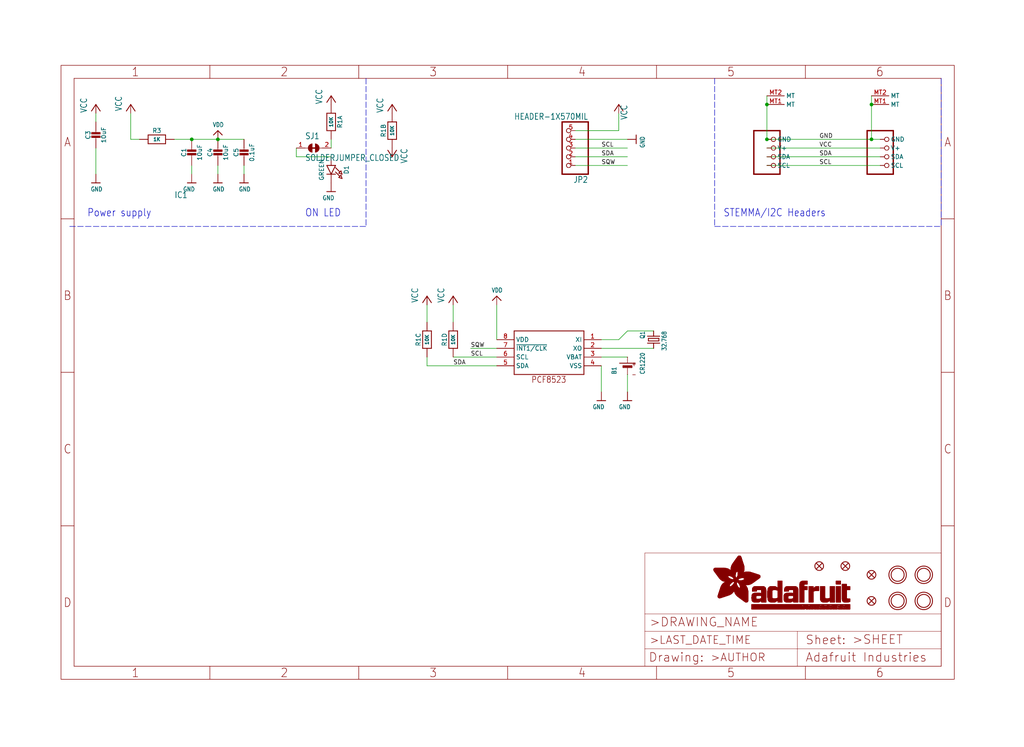
<source format=kicad_sch>
(kicad_sch (version 20211123) (generator eeschema)
  (paper "User" 298.45 217.881)
  (lib_symbols
    (symbol "eagleSchem-eagle-import:BATTERYCR1220_SMT"
      (property "Reference" "B" (at -2.54 3.175 0))
      (property "Value" "BATTERYCR1220_SMT" (at -2.54 -5.08 0))
      (symbol "BATTERYCR1220_SMT_1_0"
        (text "+" (at 1.27 -1.143 900) (effects (font (size 1.27 1.0795)) (justify right top)))
        (text "-" (at -1.778 -1.143 900) (effects (font (size 1.27 1.0795)) (justify right top)))
        (pin passive line (at 2.54 0 180) (length 0) (name "+") (number "+$1"))
        (pin passive line (at 2.54 0 180) (length 0) (name "+") (number "+$2"))
        (pin passive line (at -2.54 0 0) (length 0) (name "-") (number "-"))
      )
    )
    (symbol "eagleSchem-eagle-import:CAP_CERAMIC0603_NO"
      (property "Reference" "C" (at -2.29 1.25 90))
      (property "Value" "CAP_CERAMIC0603_NO" (at 2.3 1.25 90))
      (symbol "CAP_CERAMIC0603_NO_1_0"
        (pin passive line (at 0 5.08 270) (length 2.54) (name "1") (number "1"))
        (pin passive line (at 0 -2.54 90) (length 2.54) (name "2") (number "2"))
      )
    )
    (symbol "eagleSchem-eagle-import:CAP_CERAMIC0805-NOOUTLINE"
      (property "Reference" "C" (at -2.29 1.25 90))
      (property "Value" "CAP_CERAMIC0805-NOOUTLINE" (at 2.3 1.25 90))
      (symbol "CAP_CERAMIC0805-NOOUTLINE_1_0"
        (pin passive line (at 0 5.08 270) (length 2.54) (name "1") (number "1"))
        (pin passive line (at 0 -2.54 90) (length 2.54) (name "2") (number "2"))
      )
    )
    (symbol "eagleSchem-eagle-import:CRYSTAL_3215"
      (property "Reference" "Y" (at -2.54 2.54 0))
      (property "Value" "CRYSTAL_3215" (at -2.54 -3.81 0))
      (symbol "CRYSTAL_3215_1_0"
        (pin passive line (at -2.54 0 0) (length 0) (name "1") (number "P$1"))
        (pin passive line (at 2.54 0 180) (length 0) (name "2") (number "P$2"))
      )
    )
    (symbol "eagleSchem-eagle-import:FIDUCIAL_1MM")
    (symbol "eagleSchem-eagle-import:FRAME_A4_ADAFRUIT"
      (symbol "FRAME_A4_ADAFRUIT_0_0"
        (text "1" (at 21.6958 1.905 0) (effects (font (size 2.54 2.286))))
        (text "1" (at 21.6958 177.165 0) (effects (font (size 2.54 2.286))))
        (text "2" (at 65.0875 1.905 0) (effects (font (size 2.54 2.286))))
        (text "2" (at 65.0875 177.165 0) (effects (font (size 2.54 2.286))))
        (text "3" (at 108.4792 1.905 0) (effects (font (size 2.54 2.286))))
        (text "3" (at 108.4792 177.165 0) (effects (font (size 2.54 2.286))))
        (text "4" (at 151.8708 1.905 0) (effects (font (size 2.54 2.286))))
        (text "4" (at 151.8708 177.165 0) (effects (font (size 2.54 2.286))))
        (text "5" (at 195.2625 1.905 0) (effects (font (size 2.54 2.286))))
        (text "5" (at 195.2625 177.165 0) (effects (font (size 2.54 2.286))))
        (text "6" (at 238.6542 1.905 0) (effects (font (size 2.54 2.286))))
        (text "6" (at 238.6542 177.165 0) (effects (font (size 2.54 2.286))))
        (text "A" (at 1.905 156.6863 0) (effects (font (size 2.54 2.286))))
        (text "A" (at 258.445 156.6863 0) (effects (font (size 2.54 2.286))))
        (text "B" (at 1.905 111.9188 0) (effects (font (size 2.54 2.286))))
        (text "B" (at 258.445 111.9188 0) (effects (font (size 2.54 2.286))))
        (text "C" (at 1.905 67.1513 0) (effects (font (size 2.54 2.286))))
        (text "C" (at 258.445 67.1513 0) (effects (font (size 2.54 2.286))))
        (text "D" (at 1.905 22.3838 0) (effects (font (size 2.54 2.286))))
        (text "D" (at 258.445 22.3838 0) (effects (font (size 2.54 2.286))))
      )
      (symbol "FRAME_A4_ADAFRUIT_1_0"
        (text ">AUTHOR" (at 189.23 5.08 0) (effects (font (size 2.286 2.286)) (justify left bottom)))
        (text ">DRAWING_NAME" (at 171.45 15.24 0) (effects (font (size 2.54 2.54)) (justify left bottom)))
        (text ">LAST_DATE_TIME" (at 171.45 10.16 0) (effects (font (size 2.286 2.286)) (justify left bottom)))
        (text ">SHEET" (at 230.505 10.16 0) (effects (font (size 2.54 2.54)) (justify left bottom)))
        (text "Adafruit Industries" (at 216.916 4.953 0) (effects (font (size 2.54 2.54)) (justify left bottom)))
        (text "Drawing:" (at 171.196 4.953 0) (effects (font (size 2.54 2.54)) (justify left bottom)))
        (text "Sheet:" (at 216.916 10.033 0) (effects (font (size 2.54 2.54)) (justify left bottom)))
      )
    )
    (symbol "eagleSchem-eagle-import:GND" (power)
      (property "Value" "GND" (at -1.524 -2.54 0))
      (symbol "GND_1_0"
        (pin power_in line (at 0 2.54 270) (length 2.54) (name "GND") (number "1"))
      )
    )
    (symbol "eagleSchem-eagle-import:HEADER-1X570MIL"
      (property "Reference" "JP" (at -6.35 8.255 0))
      (property "Value" "HEADER-1X570MIL" (at -6.35 -10.16 0))
      (symbol "HEADER-1X570MIL_1_0"
        (pin passive inverted (at -2.54 5.08 0) (length 2.54) (name "1") (number "1"))
        (pin passive inverted (at -2.54 2.54 0) (length 2.54) (name "2") (number "2"))
        (pin passive inverted (at -2.54 0 0) (length 2.54) (name "3") (number "3"))
        (pin passive inverted (at -2.54 -2.54 0) (length 2.54) (name "4") (number "4"))
        (pin passive inverted (at -2.54 -5.08 0) (length 2.54) (name "5") (number "5"))
      )
    )
    (symbol "eagleSchem-eagle-import:LED0603_NOOUTLINE"
      (property "Reference" "D" (at -1.27 4.445 0))
      (property "Value" "LED0603_NOOUTLINE" (at -1.27 -2.794 0))
      (symbol "LED0603_NOOUTLINE_1_0"
        (pin passive line (at -5.08 0 0) (length 2.54) (name "A") (number "A"))
        (pin passive line (at 2.54 0 180) (length 2.54) (name "C") (number "C"))
      )
    )
    (symbol "eagleSchem-eagle-import:MOUNTINGHOLE3.0THIN")
    (symbol "eagleSchem-eagle-import:RESISTOR_0603_NOOUT"
      (property "Reference" "R" (at 0 2.54 0))
      (property "Value" "RESISTOR_0603_NOOUT" (at 0 0 0))
      (symbol "RESISTOR_0603_NOOUT_1_0"
        (pin passive line (at -5.08 0 0) (length 2.54) (name "1") (number "1"))
        (pin passive line (at 5.08 0 180) (length 2.54) (name "2") (number "2"))
      )
    )
    (symbol "eagleSchem-eagle-import:RESISTOR_4PACK"
      (property "Reference" "R" (at 0 2.54 0))
      (property "Value" "RESISTOR_4PACK" (at 0 0 0))
      (symbol "RESISTOR_4PACK_1_0"
        (pin passive line (at -5.08 0 0) (length 2.54) (name "1") (number "1"))
        (pin passive line (at 5.08 0 180) (length 2.54) (name "2") (number "8"))
      )
      (symbol "RESISTOR_4PACK_2_0"
        (pin passive line (at -5.08 0 0) (length 2.54) (name "1") (number "2"))
        (pin passive line (at 5.08 0 180) (length 2.54) (name "2") (number "7"))
      )
      (symbol "RESISTOR_4PACK_3_0"
        (pin passive line (at -5.08 0 0) (length 2.54) (name "1") (number "3"))
        (pin passive line (at 5.08 0 180) (length 2.54) (name "2") (number "6"))
      )
      (symbol "RESISTOR_4PACK_4_0"
        (pin passive line (at -5.08 0 0) (length 2.54) (name "1") (number "4"))
        (pin passive line (at 5.08 0 180) (length 2.54) (name "2") (number "5"))
      )
    )
    (symbol "eagleSchem-eagle-import:RTC_PCF8523T"
      (property "Reference" "IC" (at 10.16 7.62 0))
      (symbol "RTC_PCF8523T_1_0"
        (text "PCF8523" (at -5.08 -10.16 0) (effects (font (size 1.778 1.5113)) (justify left bottom)))
        (pin input line (at -15.24 2.54 0) (length 5.08) (name "XI") (number "1"))
        (pin output line (at -15.24 0 0) (length 5.08) (name "XO") (number "2"))
        (pin power_in line (at -15.24 -2.54 0) (length 5.08) (name "VBAT") (number "3"))
        (pin power_in line (at -15.24 -5.08 0) (length 5.08) (name "VSS") (number "4"))
        (pin bidirectional line (at 15.24 -5.08 180) (length 5.08) (name "SDA") (number "5"))
        (pin bidirectional line (at 15.24 -2.54 180) (length 5.08) (name "SCL") (number "6"))
        (pin output line (at 15.24 0 180) (length 5.08) (name "~{INT1/CLK}") (number "7"))
        (pin power_in line (at 15.24 2.54 180) (length 5.08) (name "VDD") (number "8"))
      )
    )
    (symbol "eagleSchem-eagle-import:SOLDERJUMPER_CLOSED"
      (property "Reference" "SJ" (at -2.54 2.54 0))
      (property "Value" "SOLDERJUMPER_CLOSED" (at -2.54 -3.81 0))
      (symbol "SOLDERJUMPER_CLOSED_1_0"
        (pin passive line (at -5.08 0 0) (length 2.54) (name "1") (number "1"))
        (pin passive line (at 5.08 0 180) (length 2.54) (name "2") (number "2"))
      )
    )
    (symbol "eagleSchem-eagle-import:STEMMA_I2C_QT"
      (symbol "STEMMA_I2C_QT_1_0"
        (pin passive inverted (at 0 5.08 0) (length 2.54) (name "GND") (number "1"))
        (pin passive inverted (at 0 2.54 0) (length 2.54) (name "V+") (number "2"))
        (pin passive inverted (at 0 0 0) (length 2.54) (name "SDA") (number "3"))
        (pin passive inverted (at 0 -2.54 0) (length 2.54) (name "SCL") (number "4"))
      )
      (symbol "STEMMA_I2C_QT_2_0"
        (pin bidirectional line (at 0 0 0) (length 5.08) (name "MT") (number "MT1"))
      )
      (symbol "STEMMA_I2C_QT_3_0"
        (pin bidirectional line (at 0 0 0) (length 5.08) (name "MT") (number "MT2"))
      )
    )
    (symbol "eagleSchem-eagle-import:VCC" (power)
      (property "Value" "VCC" (at -2.54 -2.54 90))
      (symbol "VCC_1_0"
        (pin power_in line (at 0 -2.54 90) (length 2.54) (name "VCC") (number "1"))
      )
    )
    (symbol "eagleSchem-eagle-import:VDD" (power)
      (property "Value" "VDD" (at -1.524 1.016 0))
      (symbol "VDD_1_0"
        (pin power_in line (at 0 -2.54 90) (length 2.54) (name "VDD") (number "1"))
      )
    )
  )
  (junction (at 254 40.64))
  (junction (at 223.52 30.48))
  (junction (at 55.88 40.64))
  (junction (at 254 30.48))
  (junction (at 223.52 40.64))
  (junction (at 63.5 40.64))
  (wire (pts (xy 223.52 30.48) (xy 223.52 40.64)))
  (wire (pts (xy 144.78 101.6) (xy 137.16 101.6)))
  (wire (pts (xy 132.08 88.9) (xy 132.08 93.98)))
  (polyline (pts (xy 208.28 66.04) (xy 274.32 66.04)))
  (wire (pts (xy 27.94 33.02) (xy 27.94 35.56)))
  (wire (pts (xy 167.64 43.18) (xy 182.88 43.18)))
  (wire (pts (xy 167.64 40.64) (xy 182.88 40.64)))
  (wire (pts (xy 55.88 40.64) (xy 50.8 40.64)))
  (wire (pts (xy 182.88 96.52) (xy 180.34 99.06)))
  (wire (pts (xy 254 40.64) (xy 223.52 40.64)))
  (wire (pts (xy 167.64 38.1) (xy 180.34 38.1)))
  (wire (pts (xy 180.34 38.1) (xy 180.34 33.02)))
  (wire (pts (xy 38.1 40.64) (xy 40.64 40.64)))
  (wire (pts (xy 182.88 109.22) (xy 182.88 114.3)))
  (wire (pts (xy 96.52 45.72) (xy 86.36 45.72)))
  (wire (pts (xy 254 30.48) (xy 254 40.64)))
  (wire (pts (xy 55.88 40.64) (xy 63.5 40.64)))
  (polyline (pts (xy 20.32 66.04) (xy 106.68 66.04)))
  (wire (pts (xy 144.78 104.14) (xy 132.08 104.14)))
  (polyline (pts (xy 274.32 22.86) (xy 274.32 66.04)))
  (wire (pts (xy 71.12 48.26) (xy 71.12 50.8)))
  (wire (pts (xy 63.5 48.26) (xy 63.5 50.8)))
  (wire (pts (xy 167.64 45.72) (xy 182.88 45.72)))
  (wire (pts (xy 256.54 45.72) (xy 223.52 45.72)))
  (wire (pts (xy 55.88 50.8) (xy 55.88 48.26)))
  (wire (pts (xy 124.46 93.98) (xy 124.46 88.9)))
  (wire (pts (xy 124.46 106.68) (xy 124.46 104.14)))
  (wire (pts (xy 180.34 99.06) (xy 175.26 99.06)))
  (wire (pts (xy 190.5 101.6) (xy 175.26 101.6)))
  (wire (pts (xy 190.5 96.52) (xy 182.88 96.52)))
  (wire (pts (xy 223.52 43.18) (xy 256.54 43.18)))
  (wire (pts (xy 63.5 40.64) (xy 71.12 40.64)))
  (wire (pts (xy 86.36 45.72) (xy 86.36 43.18)))
  (wire (pts (xy 38.1 33.02) (xy 38.1 40.64)))
  (polyline (pts (xy 106.68 22.86) (xy 106.68 66.04)))
  (wire (pts (xy 254 27.94) (xy 254 30.48)))
  (polyline (pts (xy 208.28 22.86) (xy 208.28 66.04)))
  (wire (pts (xy 167.64 48.26) (xy 182.88 48.26)))
  (wire (pts (xy 27.94 50.8) (xy 27.94 43.18)))
  (wire (pts (xy 223.52 27.94) (xy 223.52 30.48)))
  (wire (pts (xy 182.88 104.14) (xy 175.26 104.14)))
  (wire (pts (xy 96.52 40.64) (xy 96.52 43.18)))
  (wire (pts (xy 223.52 48.26) (xy 256.54 48.26)))
  (wire (pts (xy 144.78 99.06) (xy 144.78 88.9)))
  (wire (pts (xy 144.78 106.68) (xy 124.46 106.68)))
  (wire (pts (xy 256.54 40.64) (xy 254 40.64)))
  (wire (pts (xy 175.26 114.3) (xy 175.26 106.68)))
  (text "STEMMA/I2C Headers" (at 210.82 63.5 180) (effects (font (size 2.1844 1.8567)) (justify left bottom)))
  (text "ON LED" (at 88.9 63.5 180) (effects (font (size 2.1844 1.8567)) (justify left bottom)))
  (text "Power supply" (at 25.4 63.5 180) (effects (font (size 2.1844 1.8567)) (justify left bottom)))
  (label "SCL" (at 175.26 43.18 0) (effects (font (size 1.2446 1.2446))))
  (label "SQW" (at 137.16 101.6 0) (effects (font (size 1.2446 1.2446))))
  (label "SDA" (at 132.08 106.68 0) (effects (font (size 1.2446 1.2446))))
  (label "SQW" (at 175.26 48.26 0) (effects (font (size 1.2446 1.2446))))
  (label "SCL" (at 238.76 48.26 0) (effects (font (size 1.2446 1.2446))))
  (label "VCC" (at 238.76 43.18 0) (effects (font (size 1.2446 1.2446))))
  (label "SDA" (at 238.76 45.72 0) (effects (font (size 1.2446 1.2446))))
  (label "SDA" (at 175.26 45.72 0) (effects (font (size 1.2446 1.2446))))
  (label "GND" (at 238.76 40.64 0) (effects (font (size 1.2446 1.2446))))
  (label "SCL" (at 137.16 104.14 0) (effects (font (size 1.2446 1.2446))))
  (symbol (lib_id "eagleSchem-eagle-import:LED0603_NOOUTLINE") (at 96.52 50.8 270) (unit 1)
    (property "Reference" "D1" (at 100.965 49.53 0))
    (property "Value" "GREEN" (at 93.726 49.53 0))
    (property "Footprint" "eagleSchem:CHIPLED_0603_NOOUTLINE" (effects hide))
  )
  (symbol (lib_id "eagleSchem-eagle-import:SOLDERJUMPER_CLOSED") (at 91.44 43.18 0) (unit 1)
    (property "Reference" "SJ1" (at 88.9 40.64 0) (effects (font (size 1.778 1.5113)) (justify left bottom)))
    (property "Value" "SOLDERJUMPER_CLOSED" (at 88.9 46.99 0) (effects (font (size 1.778 1.5113)) (justify left bottom)))
    (property "Footprint" "eagleSchem:SOLDERJUMPER_CLOSEDWIRE" (effects hide))
  )
  (symbol (lib_id "eagleSchem-eagle-import:GND") (at 55.88 53.34 0) (unit 1)
    (property "Reference" "#GND2" (effects hide))
    (property "Value" "GND" (at 53.34 55.88 0) (effects (font (size 1.27 1.0795)) (justify left bottom)))
    (property "Footprint" "eagleSchem:" (effects hide))
  )
  (symbol (lib_id "eagleSchem-eagle-import:RESISTOR_4PACK") (at 114.3 38.1 90) (unit 2)
    (property "Reference" "R1" (at 111.76 38.1 0))
    (property "Value" "10K" (at 114.3 38.1 0) (effects (font (size 1.016 1.016) bold)))
    (property "Footprint" "eagleSchem:RESPACK_4X0603" (effects hide))
  )
  (symbol (lib_id "eagleSchem-eagle-import:RTC_PCF8523T") (at 160.02 101.6 0) (mirror y) (unit 1)
    (property "Reference" "IC1" (at 50.8 55.88 0) (effects (font (size 1.778 1.5113)) (justify right top)))
    (property "Value" "RTC_PCF8523T" (effects hide))
    (property "Footprint" "eagleSchem:SOIC8_150MIL" (effects hide))
  )
  (symbol (lib_id "eagleSchem-eagle-import:CRYSTAL_3215") (at 190.5 99.06 90) (mirror x) (unit 1)
    (property "Reference" "Q1" (at 187.96 96.52 0) (effects (font (size 1.27 1.0795)) (justify left bottom)))
    (property "Value" "32.768" (at 194.31 96.52 0) (effects (font (size 1.27 1.0795)) (justify left bottom)))
    (property "Footprint" "eagleSchem:XTAL3215" (effects hide))
  )
  (symbol (lib_id "eagleSchem-eagle-import:VCC") (at 114.3 30.48 0) (unit 1)
    (property "Reference" "#P+5" (effects hide))
    (property "Value" "VCC" (at 111.76 33.02 90) (effects (font (size 1.778 1.5113)) (justify left bottom)))
    (property "Footprint" "eagleSchem:" (effects hide))
  )
  (symbol (lib_id "eagleSchem-eagle-import:FRAME_A4_ADAFRUIT") (at 17.78 198.12 0) (unit 1)
    (property "Reference" "#U$18" (effects hide))
    (property "Value" "FRAME_A4_ADAFRUIT" (effects hide))
    (property "Footprint" "eagleSchem:" (effects hide))
  )
  (symbol (lib_id "eagleSchem-eagle-import:CAP_CERAMIC0603_NO") (at 71.12 45.72 0) (unit 1)
    (property "Reference" "C5" (at 68.83 44.47 90))
    (property "Value" "0.1uF" (at 73.42 44.47 90))
    (property "Footprint" "eagleSchem:0603-NO" (effects hide))
  )
  (symbol (lib_id "eagleSchem-eagle-import:STEMMA_I2C_QT") (at 254 27.94 0) (unit 3)
    (property "Reference" "CONN4" (effects hide))
    (property "Value" "STEMMA_I2C_QT" (effects hide))
    (property "Footprint" "eagleSchem:JST_SH4" (effects hide))
  )
  (symbol (lib_id "eagleSchem-eagle-import:FIDUCIAL_1MM") (at 246.38 165.1 0) (unit 1)
    (property "Reference" "FID1" (effects hide))
    (property "Value" "FIDUCIAL_1MM" (effects hide))
    (property "Footprint" "eagleSchem:FIDUCIAL_1MM" (effects hide))
  )
  (symbol (lib_id "eagleSchem-eagle-import:VDD") (at 63.5 38.1 0) (unit 1)
    (property "Reference" "#U$4" (effects hide))
    (property "Value" "VDD" (at 61.976 37.084 0) (effects (font (size 1.27 1.0795)) (justify left bottom)))
    (property "Footprint" "eagleSchem:" (effects hide))
  )
  (symbol (lib_id "eagleSchem-eagle-import:GND") (at 175.26 116.84 0) (unit 1)
    (property "Reference" "#GND16" (effects hide))
    (property "Value" "GND" (at 172.72 119.38 0) (effects (font (size 1.27 1.0795)) (justify left bottom)))
    (property "Footprint" "eagleSchem:" (effects hide))
  )
  (symbol (lib_id "eagleSchem-eagle-import:RESISTOR_4PACK") (at 124.46 99.06 90) (unit 3)
    (property "Reference" "R1" (at 121.92 99.06 0))
    (property "Value" "10K" (at 124.46 99.06 0) (effects (font (size 1.016 1.016) bold)))
    (property "Footprint" "eagleSchem:RESPACK_4X0603" (effects hide))
  )
  (symbol (lib_id "eagleSchem-eagle-import:VCC") (at 124.46 86.36 0) (mirror y) (unit 1)
    (property "Reference" "#P+3" (effects hide))
    (property "Value" "VCC" (at 121.92 83.82 90) (effects (font (size 1.778 1.5113)) (justify right top)))
    (property "Footprint" "eagleSchem:" (effects hide))
  )
  (symbol (lib_id "eagleSchem-eagle-import:MOUNTINGHOLE3.0THIN") (at 261.62 167.64 0) (unit 1)
    (property "Reference" "U$17" (effects hide))
    (property "Value" "MOUNTINGHOLE3.0THIN" (effects hide))
    (property "Footprint" "eagleSchem:MOUNTINGHOLE_3.0_PLATEDTHIN" (effects hide))
  )
  (symbol (lib_id "eagleSchem-eagle-import:STEMMA_I2C_QT") (at 223.52 30.48 0) (unit 2)
    (property "Reference" "CONN3" (effects hide))
    (property "Value" "STEMMA_I2C_QT" (effects hide))
    (property "Footprint" "eagleSchem:JST_SH4" (effects hide))
  )
  (symbol (lib_id "eagleSchem-eagle-import:BATTERYCR1220_SMT") (at 182.88 106.68 90) (unit 1)
    (property "Reference" "B1" (at 179.705 109.22 0) (effects (font (size 1.27 1.0795)) (justify left bottom)))
    (property "Value" "CR1220" (at 187.96 109.22 0) (effects (font (size 1.27 1.0795)) (justify left bottom)))
    (property "Footprint" "eagleSchem:CR1220" (effects hide))
  )
  (symbol (lib_id "eagleSchem-eagle-import:VDD") (at 144.78 86.36 0) (unit 1)
    (property "Reference" "#U$1" (effects hide))
    (property "Value" "VDD" (at 143.256 85.344 0) (effects (font (size 1.27 1.0795)) (justify left bottom)))
    (property "Footprint" "eagleSchem:" (effects hide))
  )
  (symbol (lib_id "eagleSchem-eagle-import:RESISTOR_4PACK") (at 96.52 35.56 270) (unit 1)
    (property "Reference" "R1" (at 99.06 35.56 0))
    (property "Value" "10K" (at 96.52 35.56 0) (effects (font (size 1.016 1.016) bold)))
    (property "Footprint" "eagleSchem:RESPACK_4X0603" (effects hide))
  )
  (symbol (lib_id "eagleSchem-eagle-import:GND") (at 71.12 53.34 0) (unit 1)
    (property "Reference" "#U$7" (effects hide))
    (property "Value" "GND" (at 69.596 55.88 0) (effects (font (size 1.27 1.0795)) (justify left bottom)))
    (property "Footprint" "eagleSchem:" (effects hide))
  )
  (symbol (lib_id "eagleSchem-eagle-import:VCC") (at 38.1 30.48 0) (mirror y) (unit 1)
    (property "Reference" "#P+2" (effects hide))
    (property "Value" "VCC" (at 35.56 27.94 90) (effects (font (size 1.778 1.5113)) (justify right top)))
    (property "Footprint" "eagleSchem:" (effects hide))
  )
  (symbol (lib_id "eagleSchem-eagle-import:STEMMA_I2C_QT") (at 223.52 27.94 0) (unit 3)
    (property "Reference" "CONN3" (effects hide))
    (property "Value" "STEMMA_I2C_QT" (effects hide))
    (property "Footprint" "eagleSchem:JST_SH4" (effects hide))
  )
  (symbol (lib_id "eagleSchem-eagle-import:VCC") (at 96.52 27.94 0) (unit 1)
    (property "Reference" "#P+8" (effects hide))
    (property "Value" "VCC" (at 93.98 30.48 90) (effects (font (size 1.778 1.5113)) (justify left bottom)))
    (property "Footprint" "eagleSchem:" (effects hide))
  )
  (symbol (lib_id "eagleSchem-eagle-import:GND") (at 27.94 53.34 0) (unit 1)
    (property "Reference" "#U$13" (effects hide))
    (property "Value" "GND" (at 26.416 55.88 0) (effects (font (size 1.27 1.0795)) (justify left bottom)))
    (property "Footprint" "eagleSchem:" (effects hide))
  )
  (symbol (lib_id "eagleSchem-eagle-import:FIDUCIAL_1MM") (at 238.76 165.1 0) (unit 1)
    (property "Reference" "FID2" (effects hide))
    (property "Value" "FIDUCIAL_1MM" (effects hide))
    (property "Footprint" "eagleSchem:FIDUCIAL_1MM" (effects hide))
  )
  (symbol (lib_id "eagleSchem-eagle-import:STEMMA_I2C_QT") (at 254 30.48 0) (unit 2)
    (property "Reference" "CONN4" (effects hide))
    (property "Value" "STEMMA_I2C_QT" (effects hide))
    (property "Footprint" "eagleSchem:JST_SH4" (effects hide))
  )
  (symbol (lib_id "eagleSchem-eagle-import:HEADER-1X570MIL") (at 165.1 43.18 180) (unit 1)
    (property "Reference" "JP2" (at 171.45 51.435 0) (effects (font (size 1.778 1.5113)) (justify left bottom)))
    (property "Value" "HEADER-1X570MIL" (at 171.45 33.02 0) (effects (font (size 1.778 1.5113)) (justify left bottom)))
    (property "Footprint" "eagleSchem:1X05_ROUND_70" (effects hide))
  )
  (symbol (lib_id "eagleSchem-eagle-import:GND") (at 96.52 55.88 0) (unit 1)
    (property "Reference" "#GND6" (effects hide))
    (property "Value" "GND" (at 93.98 58.42 0) (effects (font (size 1.27 1.0795)) (justify left bottom)))
    (property "Footprint" "eagleSchem:" (effects hide))
  )
  (symbol (lib_id "eagleSchem-eagle-import:GND") (at 63.5 53.34 0) (unit 1)
    (property "Reference" "#U$6" (effects hide))
    (property "Value" "GND" (at 61.976 55.88 0) (effects (font (size 1.27 1.0795)) (justify left bottom)))
    (property "Footprint" "eagleSchem:" (effects hide))
  )
  (symbol (lib_id "eagleSchem-eagle-import:RESISTOR_0603_NOOUT") (at 45.72 40.64 0) (unit 1)
    (property "Reference" "R3" (at 45.72 38.1 0))
    (property "Value" "1K" (at 45.72 40.64 0) (effects (font (size 1.016 1.016) bold)))
    (property "Footprint" "eagleSchem:0603-NO" (effects hide))
  )
  (symbol (lib_id "eagleSchem-eagle-import:CAP_CERAMIC0805-NOOUTLINE") (at 27.94 40.64 0) (unit 1)
    (property "Reference" "C3" (at 25.65 39.39 90))
    (property "Value" "10uF" (at 30.24 39.39 90))
    (property "Footprint" "eagleSchem:0805-NO" (effects hide))
  )
  (symbol (lib_id "eagleSchem-eagle-import:MOUNTINGHOLE3.0THIN") (at 261.62 175.26 0) (unit 1)
    (property "Reference" "U$9" (effects hide))
    (property "Value" "MOUNTINGHOLE3.0THIN" (effects hide))
    (property "Footprint" "eagleSchem:MOUNTINGHOLE_3.0_PLATEDTHIN" (effects hide))
  )
  (symbol (lib_id "eagleSchem-eagle-import:STEMMA_I2C_QT") (at 223.52 45.72 0) (unit 1)
    (property "Reference" "CONN3" (effects hide))
    (property "Value" "STEMMA_I2C_QT" (effects hide))
    (property "Footprint" "eagleSchem:JST_SH4" (effects hide))
  )
  (symbol (lib_id "eagleSchem-eagle-import:GND") (at 185.42 40.64 90) (unit 1)
    (property "Reference" "#GND1" (effects hide))
    (property "Value" "GND" (at 187.96 43.18 0) (effects (font (size 1.27 1.0795)) (justify left bottom)))
    (property "Footprint" "eagleSchem:" (effects hide))
  )
  (symbol (lib_id "eagleSchem-eagle-import:VCC") (at 27.94 30.48 0) (unit 1)
    (property "Reference" "#P+6" (effects hide))
    (property "Value" "VCC" (at 25.4 33.02 90) (effects (font (size 1.778 1.5113)) (justify left bottom)))
    (property "Footprint" "eagleSchem:" (effects hide))
  )
  (symbol (lib_id "eagleSchem-eagle-import:FIDUCIAL_1MM") (at 254 175.26 0) (unit 1)
    (property "Reference" "FID3" (effects hide))
    (property "Value" "FIDUCIAL_1MM" (effects hide))
    (property "Footprint" "eagleSchem:FIDUCIAL_1MM" (effects hide))
  )
  (symbol (lib_id "eagleSchem-eagle-import:RESISTOR_4PACK") (at 132.08 99.06 90) (unit 4)
    (property "Reference" "R1" (at 129.54 99.06 0))
    (property "Value" "10K" (at 132.08 99.06 0) (effects (font (size 1.016 1.016) bold)))
    (property "Footprint" "eagleSchem:RESPACK_4X0603" (effects hide))
  )
  (symbol (lib_id "eagleSchem-eagle-import:STEMMA_I2C_QT") (at 256.54 45.72 0) (unit 1)
    (property "Reference" "CONN4" (effects hide))
    (property "Value" "STEMMA_I2C_QT" (effects hide))
    (property "Footprint" "eagleSchem:JST_SH4" (effects hide))
  )
  (symbol (lib_id "eagleSchem-eagle-import:FIDUCIAL_1MM") (at 254 167.64 0) (unit 1)
    (property "Reference" "FID4" (effects hide))
    (property "Value" "FIDUCIAL_1MM" (effects hide))
    (property "Footprint" "eagleSchem:FIDUCIAL_1MM" (effects hide))
  )
  (symbol (lib_id "eagleSchem-eagle-import:CAP_CERAMIC0805-NOOUTLINE") (at 55.88 45.72 0) (unit 1)
    (property "Reference" "C1" (at 53.59 44.47 90))
    (property "Value" "10uF" (at 58.18 44.47 90))
    (property "Footprint" "eagleSchem:0805-NO" (effects hide))
  )
  (symbol (lib_id "eagleSchem-eagle-import:MOUNTINGHOLE3.0THIN") (at 269.24 167.64 0) (unit 1)
    (property "Reference" "U$19" (effects hide))
    (property "Value" "MOUNTINGHOLE3.0THIN" (effects hide))
    (property "Footprint" "eagleSchem:MOUNTINGHOLE_3.0_PLATEDTHIN" (effects hide))
  )
  (symbol (lib_id "eagleSchem-eagle-import:VCC") (at 114.3 45.72 180) (unit 1)
    (property "Reference" "#P+7" (effects hide))
    (property "Value" "VCC" (at 116.84 43.18 90) (effects (font (size 1.778 1.5113)) (justify left bottom)))
    (property "Footprint" "eagleSchem:" (effects hide))
  )
  (symbol (lib_id "eagleSchem-eagle-import:MOUNTINGHOLE3.0THIN") (at 269.24 175.26 0) (unit 1)
    (property "Reference" "U$21" (effects hide))
    (property "Value" "MOUNTINGHOLE3.0THIN" (effects hide))
    (property "Footprint" "eagleSchem:MOUNTINGHOLE_3.0_PLATEDTHIN" (effects hide))
  )
  (symbol (lib_id "eagleSchem-eagle-import:GND") (at 182.88 116.84 0) (unit 1)
    (property "Reference" "#GND17" (effects hide))
    (property "Value" "GND" (at 180.34 119.38 0) (effects (font (size 1.27 1.0795)) (justify left bottom)))
    (property "Footprint" "eagleSchem:" (effects hide))
  )
  (symbol (lib_id "eagleSchem-eagle-import:VCC") (at 180.34 30.48 0) (mirror y) (unit 1)
    (property "Reference" "#P+1" (effects hide))
    (property "Value" "VCC" (at 182.88 30.48 90) (effects (font (size 1.778 1.5113)) (justify right top)))
    (property "Footprint" "eagleSchem:" (effects hide))
  )
  (symbol (lib_id "eagleSchem-eagle-import:VCC") (at 132.08 86.36 0) (mirror y) (unit 1)
    (property "Reference" "#P+4" (effects hide))
    (property "Value" "VCC" (at 129.54 83.82 90) (effects (font (size 1.778 1.5113)) (justify right top)))
    (property "Footprint" "eagleSchem:" (effects hide))
  )
  (symbol (lib_id "eagleSchem-eagle-import:CAP_CERAMIC0805-NOOUTLINE") (at 63.5 45.72 0) (unit 1)
    (property "Reference" "C4" (at 61.21 44.47 90))
    (property "Value" "10uF" (at 65.8 44.47 90))
    (property "Footprint" "eagleSchem:0805-NO" (effects hide))
  )
)
</source>
